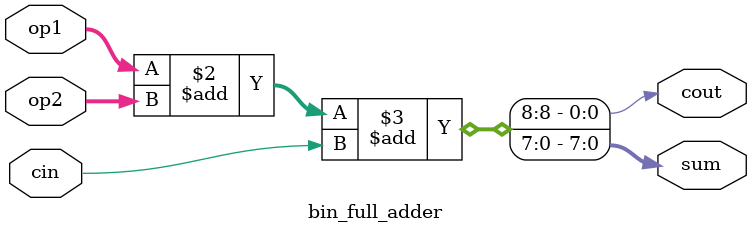
<source format=sv>
module optimal_add_sub #(
  parameter DATA_WIDTH = 8
) (
  input  logic [DATA_WIDTH-1:0] op1,
  input  logic [DATA_WIDTH-1:0] op2,
  input  logic ctrl, // 0/1 = ADD/SUB
  output logic [DATA_WIDTH-0:0] result
);
  
  logic cout;
  logic [DATA_WIDTH-1:0] sum;
  // Full-Addrer
  bin_full_adder #(
    .DATA_WIDTH (DATA_WIDTH)
  ) bin_full_adder_inst (
    .op1  (op1),
    .op2  ({DATA_WIDTH{ctrl}} ^ op2),
    .cin  (ctrl),
    .sum  (sum),
    .cout (cout)
  );
  assign result = {cout,sum};
  
endmodule

module bin_full_adder #(
  parameter DATA_WIDTH = 8
) (
  input  logic [DATA_WIDTH-1:0] op1,
  input  logic [DATA_WIDTH-1:0] op2,
  input  logic cin,
  output logic [DATA_WIDTH-1:0] sum,
  output logic cout
);
  
  always_comb begin
    {cout,sum} = op1 + op2 + cin;
  end
  
endmodule

</source>
